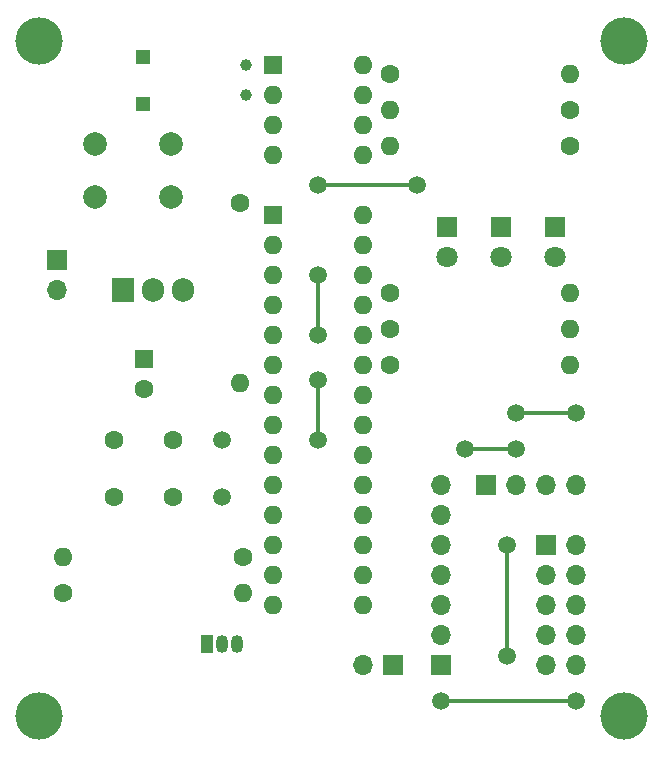
<source format=gbr>
G04 #@! TF.GenerationSoftware,KiCad,Pcbnew,5.1.5-1.fc30*
G04 #@! TF.CreationDate,2020-02-05T00:11:30+03:00*
G04 #@! TF.ProjectId,Tamagotchi-Atmega8,54616d61-676f-4746-9368-692d41746d65,rev?*
G04 #@! TF.SameCoordinates,Original*
G04 #@! TF.FileFunction,Copper,L2,Inr*
G04 #@! TF.FilePolarity,Positive*
%FSLAX46Y46*%
G04 Gerber Fmt 4.6, Leading zero omitted, Abs format (unit mm)*
G04 Created by KiCad (PCBNEW 5.1.5-1.fc30) date 2020-02-05 00:11:30*
%MOMM*%
%LPD*%
G04 APERTURE LIST*
%ADD10C,1.500000*%
%ADD11O,1.905000X2.000000*%
%ADD12R,1.905000X2.000000*%
%ADD13C,1.600000*%
%ADD14R,1.600000X1.600000*%
%ADD15R,1.700000X1.700000*%
%ADD16O,1.700000X1.700000*%
%ADD17R,1.200000X1.200000*%
%ADD18C,1.000000*%
%ADD19O,1.600000X1.600000*%
%ADD20C,2.000000*%
%ADD21R,1.050000X1.500000*%
%ADD22O,1.050000X1.500000*%
%ADD23C,1.800000*%
%ADD24R,1.800000X1.800000*%
%ADD25C,4.000000*%
%ADD26C,0.350000*%
G04 APERTURE END LIST*
D10*
X182626000Y-119380000D03*
X194056000Y-119380000D03*
D11*
X160782000Y-84582000D03*
X158242000Y-84582000D03*
D12*
X155702000Y-84582000D03*
D13*
X157480000Y-92924000D03*
D14*
X157480000Y-90424000D03*
D15*
X178562000Y-116332000D03*
D16*
X176022000Y-116332000D03*
D10*
X172212000Y-83312000D03*
X172212000Y-88392000D03*
X184658000Y-98044000D03*
X188976000Y-98044000D03*
X172212000Y-92202000D03*
X172212000Y-97282000D03*
X194056000Y-94996000D03*
X188976000Y-94996000D03*
X188214000Y-106172000D03*
X188214000Y-115570000D03*
X172212000Y-75692000D03*
X180594000Y-75692000D03*
D17*
X157366000Y-68802000D03*
X157366000Y-64802000D03*
D18*
X166116000Y-68072000D03*
X166116000Y-65532000D03*
D10*
X164084000Y-97228000D03*
X164084000Y-102108000D03*
D19*
X176022000Y-65532000D03*
X168402000Y-73152000D03*
X176022000Y-68072000D03*
X168402000Y-70612000D03*
X176022000Y-70612000D03*
X168402000Y-68072000D03*
X176022000Y-73152000D03*
D14*
X168402000Y-65532000D03*
D19*
X176022000Y-78232000D03*
X168402000Y-111252000D03*
X176022000Y-80772000D03*
X168402000Y-108712000D03*
X176022000Y-83312000D03*
X168402000Y-106172000D03*
X176022000Y-85852000D03*
X168402000Y-103632000D03*
X176022000Y-88392000D03*
X168402000Y-101092000D03*
X176022000Y-90932000D03*
X168402000Y-98552000D03*
X176022000Y-93472000D03*
X168402000Y-96012000D03*
X176022000Y-96012000D03*
X168402000Y-93472000D03*
X176022000Y-98552000D03*
X168402000Y-90932000D03*
X176022000Y-101092000D03*
X168402000Y-88392000D03*
X176022000Y-103632000D03*
X168402000Y-85852000D03*
X176022000Y-106172000D03*
X168402000Y-83312000D03*
X176022000Y-108712000D03*
X168402000Y-80772000D03*
X176022000Y-111252000D03*
D14*
X168402000Y-78232000D03*
D20*
X153266000Y-76708000D03*
X153266000Y-72208000D03*
X159766000Y-76708000D03*
X159766000Y-72208000D03*
D19*
X193548000Y-66294000D03*
D13*
X178308000Y-66294000D03*
D19*
X193548000Y-84836000D03*
D13*
X178308000Y-84836000D03*
D19*
X193548000Y-87884000D03*
D13*
X178308000Y-87884000D03*
D19*
X193548000Y-90932000D03*
D13*
X178308000Y-90932000D03*
D19*
X178308000Y-72390000D03*
D13*
X193548000Y-72390000D03*
D19*
X178308000Y-69342000D03*
D13*
X193548000Y-69342000D03*
D19*
X165608000Y-92456000D03*
D13*
X165608000Y-77216000D03*
D19*
X165862000Y-110236000D03*
D13*
X150622000Y-110236000D03*
D19*
X150622000Y-107188000D03*
D13*
X165862000Y-107188000D03*
D21*
X162814000Y-114554000D03*
D22*
X165354000Y-114554000D03*
X164084000Y-114554000D03*
D23*
X192278000Y-81788000D03*
D24*
X192278000Y-79248000D03*
D23*
X187706000Y-81788000D03*
D24*
X187706000Y-79248000D03*
D23*
X183134000Y-81788000D03*
D24*
X183134000Y-79248000D03*
D16*
X182626000Y-101092000D03*
X182626000Y-103632000D03*
X182626000Y-106172000D03*
X182626000Y-108712000D03*
X182626000Y-111252000D03*
X182626000Y-113792000D03*
D15*
X182626000Y-116332000D03*
D16*
X194056000Y-101092000D03*
X191516000Y-101092000D03*
X188976000Y-101092000D03*
D15*
X186436000Y-101092000D03*
D16*
X150114000Y-84582000D03*
D15*
X150114000Y-82042000D03*
D16*
X194056000Y-116332000D03*
X191516000Y-116332000D03*
X194056000Y-113792000D03*
X191516000Y-113792000D03*
X194056000Y-111252000D03*
X191516000Y-111252000D03*
X194056000Y-108712000D03*
X191516000Y-108712000D03*
X194056000Y-106172000D03*
D15*
X191516000Y-106172000D03*
D13*
X159940000Y-102108000D03*
X154940000Y-102108000D03*
X159940000Y-97282000D03*
X154940000Y-97282000D03*
D25*
X198120000Y-63500000D03*
X198120000Y-120650000D03*
X148590000Y-120650000D03*
X148590000Y-63500000D03*
D26*
X172212000Y-75692000D02*
X180594000Y-75692000D01*
X172212000Y-92202000D02*
X172212000Y-97282000D01*
X182626000Y-119380000D02*
X194056000Y-119380000D01*
X172212000Y-88392000D02*
X172212000Y-83312000D01*
X184658000Y-98044000D02*
X188976000Y-98044000D01*
X188214000Y-115570000D02*
X188214000Y-106172000D01*
X188976000Y-94996000D02*
X194056000Y-94996000D01*
M02*

</source>
